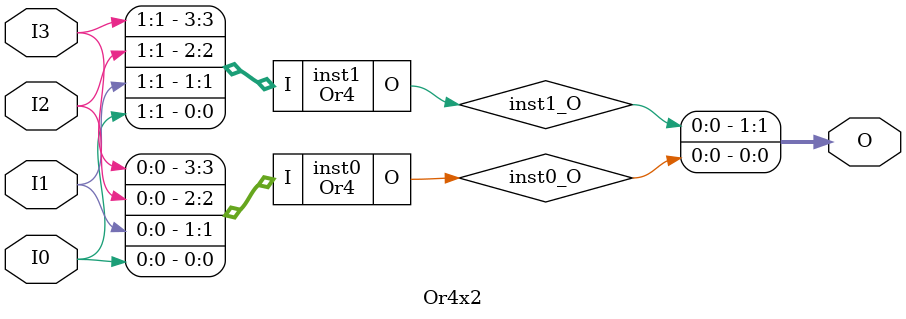
<source format=v>
module Or4 (input [3:0] I, output  O);
wire  inst0_O;
SB_LUT4 #(.LUT_INIT(16'hFFFE)) inst0 (.I0(I[0]), .I1(I[1]), .I2(I[2]), .I3(I[3]), .O(inst0_O));
assign O = inst0_O;
endmodule

module Or4x2 (input [1:0] I0, input [1:0] I1, input [1:0] I2, input [1:0] I3, output [1:0] O);
wire  inst0_O;
wire  inst1_O;
Or4 inst0 (.I({I3[0],I2[0],I1[0],I0[0]}), .O(inst0_O));
Or4 inst1 (.I({I3[1],I2[1],I1[1],I0[1]}), .O(inst1_O));
assign O = {inst1_O,inst0_O};
endmodule


</source>
